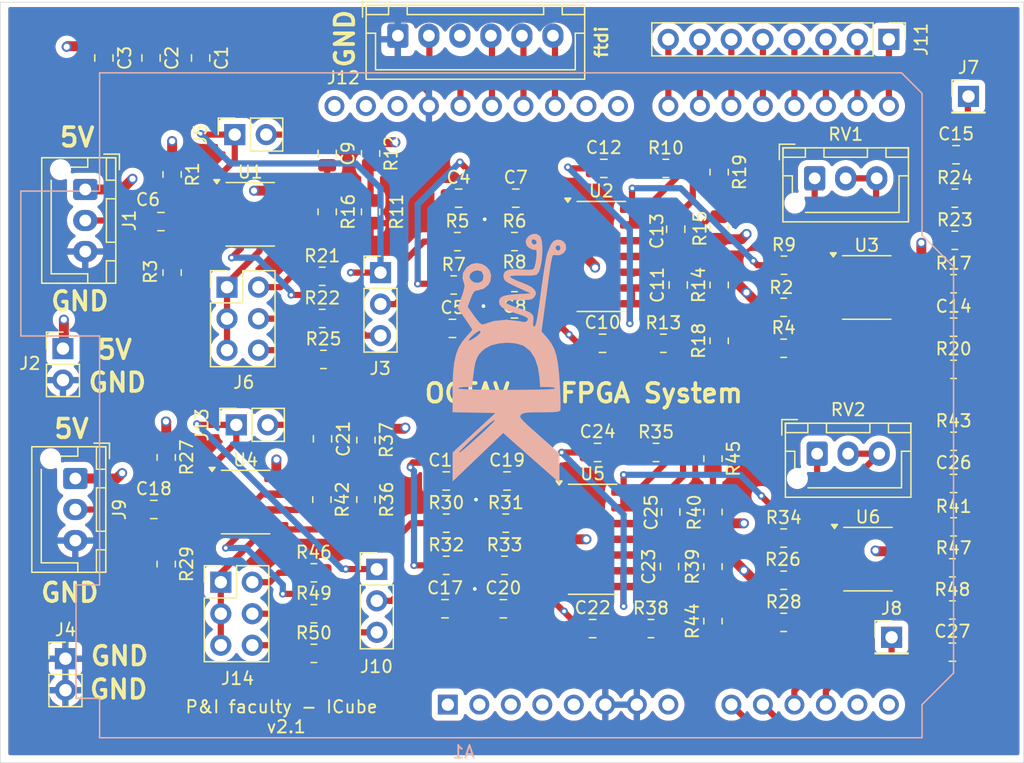
<source format=kicad_pcb>
(kicad_pcb (version 20241229) (generator "pcbnew") (generator_version "9.0")
  (layers (0 "F.Cu" signal) (4 "In1.Cu" signal) (6 "In2.Cu" signal) (2 "B.Cu" signal) (13 "F.Paste" user) (15 "B.Paste" user) (5 "F.SilkS" user "F.Silkscreen") (7 "B.SilkS" user "B.Silkscreen") (1 "F.Mask" user) (3 "B.Mask" user) (25 "Edge.Cuts" user))
  (net 0 "")
  (net 3 "Net-(A1-D5)")
  (net 4 "Net-(A1-D7)")
  (net 5 "GND")
  (net 6 "/VacdcCh1")
  (net 8 "Net-(A1-D4)")
  (net 10 "/VdcCh2")
  (net 11 "Net-(A1-D13)")
  (net 13 "/VacdcCh2")
  (net 16 "Net-(A1-D10)")
  (net 19 "Net-(A1-D2)")
  (net 20 "Net-(A1-D3)")
  (net 21 "Net-(A1-D0{slash}RX)")
  (net 22 "/VdcCh1")
  (net 23 "Net-(A1-D12)")
  (net 24 "+5V")
  (net 28 "Net-(A1-D1{slash}TX)")
  (net 29 "Net-(A1-D6)")
  (net 30 "Net-(A1-D11)")
  (net 31 "Net-(U2A--)")
  (net 32 "Net-(C4-Pad1)")
  (net 33 "Net-(C5-Pad1)")
  (net 34 "/V2")
  (net 35 "Net-(J1-Pin_2)")
  (net 36 "Net-(U1A-+)")
  (net 37 "Net-(U2A-+)")
  (net 38 "Net-(U2B-+)")
  (net 39 "Net-(C9-Pad2)")
  (net 40 "Net-(J5-Pin_2)")
  (net 41 "Net-(C10-Pad2)")
  (net 42 "Net-(U2C-+)")
  (net 43 "Net-(U2C--)")
  (net 44 "Net-(C12-Pad2)")
  (net 45 "Net-(U2D-+)")
  (net 46 "Net-(U5A--)")
  (net 47 "Net-(C16-Pad1)")
  (net 48 "Net-(C17-Pad1)")
  (net 49 "/VB")
  (net 50 "Net-(U4A-+)")
  (net 51 "Net-(J9-Pin_2)")
  (net 52 "Net-(U5A-+)")
  (net 53 "Net-(U5B-+)")
  (net 54 "Net-(J13-Pin_2)")
  (net 55 "Net-(C21-Pad2)")
  (net 56 "Net-(C22-Pad2)")
  (net 57 "Net-(U5C-+)")
  (net 58 "Net-(U5C--)")
  (net 59 "Net-(C24-Pad2)")
  (net 60 "Net-(U5D-+)")
  (net 61 "Net-(J3-Pin_2)")
  (net 62 "/VD1")
  (net 63 "/V1")
  (net 64 "Net-(J6-Pin_4)")
  (net 65 "Net-(J6-Pin_1)")
  (net 66 "Net-(J6-Pin_6)")
  (net 67 "Net-(J6-Pin_5)")
  (net 68 "Net-(J10-Pin_2)")
  (net 69 "/VA")
  (net 70 "/VD2")
  (net 72 "Net-(J14-Pin_5)")
  (net 73 "Net-(J14-Pin_6)")
  (net 74 "Net-(J14-Pin_1)")
  (net 75 "Net-(J14-Pin_4)")
  (net 76 "Net-(U3-+)")
  (net 77 "/V3")
  (net 78 "Net-(U3--)")
  (net 79 "Net-(U1B-+)")
  (net 80 "/V4")
  (net 81 "Net-(U6-+)")
  (net 82 "Net-(U6--)")
  (net 83 "/VC")
  (net 84 "Net-(U4B-+)")
  (net 85 "/VD")
  (footprint "Capacitor_SMD:C_0805_2012Metric" (layer "F.Cu") (at 155.2 104 -90)
    (property "Reference" "C25")
    (property "Value" "1nF")
  )
  (footprint "Capacitor_SMD:C_0805_2012Metric" (layer "F.Cu") (at 177.9 115.3)
    (property "Reference" "C27")
    (property "Value" "470pF")
  )
  (footprint "Capacitor_SMD:C_0805_2012Metric" (layer "F.Cu") (at 178 89.1)
    (property "Reference" "C14")
    (property "Value" "100nF")
  )
  (footprint "Resistor_SMD:R_0805_2012Metric" (layer "F.Cu") (at 115 76.7875 -90)
    (property "Reference" "R1")
    (property "Value" "100k")
  )
  (footprint "Capacitor_SMD:C_0805_2012Metric" (layer "F.Cu") (at 142.6 89.1)
    (property "Reference" "C8")
    (property "Value" "180pF")
  )
  (footprint "Resistor_SMD:R_0805_2012Metric" (layer "F.Cu") (at 127.1 85)
    (property "Reference" "R21")
    (property "Value" "10k")
  )
  (footprint "Connector_JST:JST_XH_B3B-XH-AM_1x03_P2.50mm_Vertical" (layer "F.Cu") (at 108 78 -90)
    (property "Reference" "J1")
    (property "Value" "Conn_01x03_Socket" (hide yes))
  )
  (footprint "Resistor_SMD:R_0805_2012Metric" (layer "F.Cu") (at 153.6 113.4)
    (property "Reference" "R38")
    (property "Value" "5.6k")
  )
  (footprint "Resistor_SMD:R_0805_2012Metric" (layer "F.Cu") (at 114.525 108.2 -90)
    (property "Reference" "R29")
    (property "Value" "100k")
  )
  (footprint "Resistor_SMD:R_0805_2012Metric" (layer "F.Cu") (at 141.8 108.3)
    (property "Reference" "R33")
    (property "Value" "15k")
  )
  (footprint "Capacitor_SMD:C_0805_2012Metric" (layer "F.Cu") (at 148.9 113.4)
    (property "Reference" "C22")
    (property "Value" "1.5nF")
  )
  (footprint "Resistor_SMD:R_0805_2012Metric" (layer "F.Cu") (at 159.1 85.7 90)
    (property "Reference" "R14")
    (property "Value" "82k")
  )
  (footprint "Resistor_SMD:R_0805_2012Metric" (layer "F.Cu") (at 158.6 99.7 -90)
    (property "Reference" "R45")
    (property "Value" "33k")
  )
  (footprint "Resistor_SMD:R_0805_2012Metric" (layer "F.Cu") (at 178.1 78.7)
    (property "Reference" "R24")
    (property "Value" "100k")
  )
  (footprint "Resistor_SMD:R_0805_2012Metric" (layer "F.Cu") (at 158.6 108.4 90)
    (property "Reference" "R39")
    (property "Value" "82k")
  )
  (footprint "Connector_PinHeader_2.54mm:PinHeader_1x08_P2.54mm_Vertical" (layer "F.Cu") (at 172.78 65.9 -90)
    (property "Reference" "J11")
    (property "Value" "Conn_01x08_Socket" (hide yes))
  )
  (footprint "Capacitor_SMD:C_0805_2012Metric" (layer "F.Cu") (at 149.8 76.3)
    (property "Reference" "C12")
    (property "Value" "1nF")
  )
  (footprint "Resistor_SMD:R_0805_2012Metric" (layer "F.Cu") (at 177.9 108.5)
    (property "Reference" "R47")
    (property "Value" "10k")
  )
  (footprint "Resistor_SMD:R_0805_2012Metric" (layer "F.Cu") (at 158.6 112.8 90)
    (property "Reference" "R44")
    (property "Value" "82k")
  )
  (footprint "Resistor_SMD:R_0805_2012Metric" (layer "F.Cu") (at 127.075 103 -90)
    (property "Reference" "R42")
    (property "Value" "100")
  )
  (footprint "Resistor_SMD:R_0805_2012Metric" (layer "F.Cu") (at 159.1 81.1 -90)
    (property "Reference" "R15")
    (property "Value" "33k")
  )
  (footprint "Resistor_SMD:R_0805_2012Metric" (layer "F.Cu") (at 127.1 88.4)
    (property "Reference" "R22")
    (property "Value" "1k")
  )
  (footprint "Capacitor_SMD:C_0805_2012Metric" (layer "F.Cu") (at 113.3 67.4 -90)
    (property "Reference" "C2")
    (property "Value" "1µF")
  )
  (footprint "Package_SO:SOIC-8_3.9x4.9mm_P1.27mm" (layer "F.Cu") (at 171 85.9)
    (property "Reference" "U3")
    (property "Value" "MCP6L91RT-ESN" (hide yes))
  )
  (footprint "Connector_PinHeader_2.54mm:PinHeader_1x01_P2.54mm_Vertical" (layer "F.Cu") (at 173 114.1)
    (property "Reference" "J8")
    (property "Value" "Conn_01x01_Pin" (hide yes))
  )
  (footprint "Resistor_SMD:R_0805_2012Metric" (layer "F.Cu") (at 141.9 104.9)
    (property "Reference" "R31")
    (property "Value" "3.9k")
  )
  (footprint "Connector_PinSocket_2.54mm:PinSocket_1x02_P2.54mm_Vertical" (layer "F.Cu") (at 120.175 96.975 90)
    (property "Reference" "J13")
    (property "Value" "Conn_01x02_Pin" (hide yes))
  )
  (footprint "Capacitor_SMD:C_0805_2012Metric" (layer "F.Cu") (at 137 111.8)
    (property "Reference" "C17")
    (property "Value" "1.5nF")
  )
  (footprint "Capacitor_SMD:C_0805_2012Metric" (layer "F.Cu") (at 178.2 75.2)
    (property "Reference" "C15")
    (property "Value" "470pF")
  )
  (footprint "Resistor_SMD:R_0805_2012Metric" (layer "F.Cu") (at 154.8 76.3)
    (property "Reference" "R10")
    (property "Value" "15k")
  )
  (footprint "Resistor_SMD:R_0805_2012Metric" (layer "F.Cu") (at 164.3 90.8)
    (property "Reference" "R4")
    (property "Value" "100k")
  )
  (footprint "Capacitor_SMD:C_0805_2012Metric" (layer "F.Cu") (at 142 101.5)
    (property "Reference" "C19")
    (property "Value" "100pF")
  )
  (footprint "Resistor_SMD:R_0805_2012Metric" (layer "F.Cu") (at 131 75.1 -90)
    (property "Reference" "R12")
    (property "Value" "100k")
  )
  (footprint "Package_SO:SOIC-14_3.9x8.7mm_P1.27mm" (layer "F.Cu") (at 148.9 106.2)
    (property "Reference" "U5")
    (property "Value" "MCP6L04x-xSL" (hide yes))
  )
  (footprint "Resistor_SMD:R_0805_2012Metric" (layer "F.Cu") (at 178 98.3)
    (property "Reference" "R43")
    (property "Value" "100k")
  )
  (footprint "Capacitor_SMD:C_0805_2012Metric" (layer "F.Cu") (at 114.1 80.5875)
    (property "Reference" "C6")
    (property "Value" "1µF")
  )
  (footprint "Resistor_SMD:R_0805_2012Metric" (layer "F.Cu") (at 178.1 82.1)
    (property "Reference" "R23")
    (property "Value" "10k")
  )
  (footprint "Resistor_SMD:R_0805_2012Metric" (layer "F.Cu") (at 154.6 90.4)
    (property "Reference" "R13")
    (property "Value" "5.6k")
  )
  (footprint "Resistor_SMD:R_0805_2012Metric" (layer "F.Cu") (at 159.1 76.6 -90)
    (property "Reference" "R19")
    (property "Value" "33k")
  )
  (footprint "Connector_PinHeader_2.54mm:PinHeader_2x03_P2.54mm_Vertical" (layer "F.Cu") (at 118.925 109.66)
    (property "Reference" "J14")
    (property "Value" "Conn_02x03_Top_Bottom" (hide yes))
  )
  (footprint "Capacitor_SMD:C_0805_2012Metric" (layer "F.Cu") (at 149.3 99.2)
    (property "Reference" "C24")
    (property "Value" "1nF")
  )
  (footprint "Resistor_SMD:R_0805_2012Metric" (layer "F.Cu") (at 164.3 87.5 180)
    (property "Reference" "R2")
    (property "Value" "100k")
  )
  (footprint "Resistor_SMD:R_0805_2012Metric" (layer "F.Cu") (at 142.6 85.5)
    (property "Reference" "R8")
    (property "Value" "15k")
  )
  (footprint "Resistor_SMD:R_0805_2012Metric" (layer "F.Cu") (at 115 84.7 -90)
    (property "Reference" "R3")
    (property "Value" "100k")
  )
  (footprint "Capacitor_SMD:C_0805_2012Metric" (layer "F.Cu") (at 141.7 111.8)
    (property "Reference" "C20")
    (property "Value" "180pF")
  )
  (footprint "Resistor_SMD:R_0805_2012Metric" (layer "F.Cu") (at 137.1 108.3)
    (property "Reference" "R32")
    (property "Value" "560")
  )
  (footprint "Connector_PinHeader_2.54mm:PinHeader_1x03_P2.54mm_Vertical" (layer "F.Cu") (at 131.5 108.62)
    (property "Reference" "J10")
    (property "Value" "Conn_01x03_Socket" (hide yes))
  )
  (footprint "Connector_JST:JST_XH_B3B-XH-AM_1x03_P2.50mm_Vertical" (layer "F.Cu") (at 166.8 77.1)
    (property "Reference" "RV1")
    (property "Value" "100k")
  )
  (footprint "Resistor_SMD:R_0805_2012Metric" (layer "F.Cu") (at 130.625 98.2 -90)
    (property "Reference" "R37")
    (property "Value" "100k")
  )
  (footprint "Capacitor_SMD:C_0805_2012Metric" (layer "F.Cu") (at 127.5 75.1 -90)
    (property "Reference" "C9")
    (property "Value" "15nF")
  )
  (footprint "Resistor_SMD:R_0805_2012Metric" (layer "F.Cu") (at 138 82.2)
    (property "Reference" "R5")
    (property "Value" "3.9k")
  )
  (footprint "Connector_PinSocket_2.54mm:PinSocket_1x02_P2.54mm_Vertical" (layer "F.Cu") (at 120.05 73.575 90)
    (property "Reference" "J5")
    (property "Value" "Conn_01x02_Pin" (hide yes))
  )
  (footprint "Resistor_SMD:R_0805_2012Metric" (layer "F.Cu") (at 164.3 106.1)
    (property "Reference" "R34")
    (property "Value" "1.2k")
  )
  (footprint "Capacitor_SMD:C_0805_2012Metric" (layer "F.Cu") (at 155.8 85.7 90)
    (property "Reference" "C11")
    (property "Value" "1nF")
  )
  (footprint "Connector_PinHeader_2.54mm:PinHeader_2x03_P2.54mm_Vertical" (layer "F.Cu") (at 119.425 85.875)
    (property "Reference" "J6")
    (property "Value" "Conn_02x03_Top_Bottom" (hide yes))
  )
  (footprint "Connector_PinHeader_2.54mm:PinHeader_1x03_P2.54mm_Vertical" (layer "F.Cu") (at 131.8 84.7)
    (property "Reference" "J3")
    (property "Value" "Conn_01x03_Socket" (hide yes))
  )
  (footprint "Capacitor_SMD:C_0805_2012Metric" (layer "F.Cu") (at 113.525 103.8)
    (property "Reference" "C18")
    (property "Value" "1µF")
  )
  (footprint "Connector_PinHeader_2.54mm:PinHeader_1x02_P2.54mm_Vertical" (layer "F.Cu") (at 106.2 90.825)
    (property "Reference" "J2")
    (property "Value" "Conn_01x02_Socket" (hide yes))
  )
  (footprint "Resistor_SMD:R_0805_2012Metric" (layer "F.Cu") (at 178 92.5)
    (property "Reference" "R20")
    (property "Value" "100k")
  )
  (footprint "Connector_PinHeader_2.54mm:PinHeader_1x01_P2.54mm_Vertical" (layer "F.Cu") (at 179.2 70.5)
    (property "Reference" "J7")
    (property "Value" "Conn_01x01_Pin" (hide yes))
  )
  (footprint "Resistor_SMD:R_0805_2012Metric" (layer "F.Cu") (at 159.1 90.2 90)
    (property "Reference" "R18")
    (property "Value" "82k")
  )
  (footprint "Capacitor_SMD:C_0805_2012Metric" (layer "F.Cu") (at 109.5 67.4 -90)
    (property "Reference" "C3")
    (property "Value" "100nF")
  )
  (footprint "Capacitor_SMD:C_0805_2012Metric" (layer "F.Cu") (at 137.6 89.2)
    (property "Reference" "C5")
    (property "Value" "1.5nF")
  )
  (footprint "Resistor_SMD:R_0805_2012Metric" (layer "F.Cu") (at 126.425 108.9)
    (property "Reference" "R46")
    (property "Value" "10k")
  )
  (footprint "Connector_JST:JST_XH_B6B-XH-A_1x06_P2.50mm_Vertical" (layer "F.Cu") (at 133.2 65.6)
    (property "Reference" "J12")
    (property "Value" "Conn_01x06_Socket" (hide yes))
  )
  (footprint "Capacitor_SMD:C_0805_2012Metric" (layer "F.Cu") (at 117.3 67.4 -90)
    (property "Reference" "C1")
    (property "Value" "10µF")
  )
  (footprint "Resistor_SMD:R_0805_2012Metric" (layer "F.Cu") (at 127.5 79.8 -90)
    (property "Reference" "R16")
    (property "Value" "100")
  )
  (footprint "Capacitor_SMD:C_0805_2012Metric" (layer "F.Cu") (at 127.125 98.1 -90)
    (property "Reference" "C21")
    (property "Value" "15nF")
  )
  (footprint "Resistor_SMD:R_0805_2012Metric" (layer "F.Cu") (at 142.6 82.2)
    (property "Reference" "R6")
    (property "Value" "3.9k")
  )
  (footprint "Capacitor_SMD:C_0805_2012Metric" (layer "F.Cu") (at 137.1 101.5)
    (property "Reference" "C16")
    (property "Value" "1nF")
  )
  (footprint "Resistor_SMD:R_0805_2012Metric" (layer "F.Cu") (at 164.3 112.9)
    (property "Reference" "R28")
    (property "Value" "100k")
  )
  (footprint "Resistor_SMD:R_0805_2012Metric" (layer "F.Cu") (at 158.6 104 -90)
    (property "Reference" "R40")
    (property "Value" "33k")
  )
  (footprint "Capacitor_SMD:C_0805_2012Metric" (layer "F.Cu") (at 155.6 81.2 -90)
    (property "Reference" "C13")
    (property "Value" "1nF")
  )
  (footprint "Resistor_SMD:R_0805_2012Metric" (layer "F.Cu") (at 178 85.6)
    (property "Reference" "R17")
    (property "Value" "10k")
  )
  (footprint "Connector_JST:JST_XH_B3B-XH-AM_1x03_P2.50mm_Vertical" (layer "F.Cu") (at 167 99.3)
    (property "Reference" "RV2")
    (property "Value" "100k")
  )
  (footprint "Resistor_SMD:R_0805_2012Metric" (layer "F.Cu") (at 137.1 104.9)
    (property "Reference" "R30")
    (property "Value" "3.9k")
  )
  (footprint "Resistor_SMD:R_0805_2012Metric" (layer "F.Cu") (at 178 105.2)
    (property "Reference" "R41")
    (property "Value" "10k")
  )
  (footprint "Package_SO:SOIC-8_3.9x4.9mm_P1.27mm" (layer "F.Cu") (at 171.1 107.8)
    (property "Reference" "U6")
    (property "Value" "MCP6L91RT-ESN" (hide yes))
  )
  (footprint "Connector_PinHeader_2.54mm:PinHeader_1x02_P2.54mm_Vertical" (layer "F.Cu") (at 106.4 115.825)
    (property "Reference" "J4")
    (property "Value" "Conn_01x02_Pin" (hide yes))
  )
  (footprint "Resistor_SMD:R_0805_2012Metric" (layer "F.Cu") (at 127.2 91.7)
    (property "Reference" "R25")
    (property "Value" "100")
  )
  (footprint "Resistor_SMD:R_0805_2012Metric" (layer "F.Cu") (at 114.525 99.6 -90)
    (property "Reference" "R27")
    (property "Value" "100k")
  )
  (footprint "Capacitor_SMD:C_0805_2012Metric" (layer "F.Cu") (at 149.7 90.4)
    (property "Reference" "C10")
    (property "Value" "1.5nF")
  )
  (footprint "Resistor_SMD:R_0805_2012Metric" (layer "F.Cu") (at 154.0125 99.2)
    (property "Reference" "R35")
    (property "Value" "15k")
  )
  (footprint "Resistor_SMD:R_0805_2012Metric" (layer "F.Cu") (at 131 79.8 90)
    (property "Reference" "R11")
    (property "Value" "100k")
  )
  (footprint "Capacitor_SMD:C_0805_2012Metric" (layer "F.Cu") (at 178 101.7)
    (property "Reference" "C26")
    (property "Value" "100nF")
  )
  (footprint "Capacitor_SMD:C_0805_2012Metric" (layer "F.Cu") (at 155.1 108.4 90)
    (property "Reference" "C23")
    (property "Value" "1nF")
  )
  (footprint "Package_SO:SOIC-14_3.9x8.7mm_P1.27mm" (layer "F.Cu") (at 149.6 83.4)
    (property "Reference" "U2")
    (property "Value" "MCP6L04x-xSL" (hide yes))
  )
  (footprint "Resistor_SMD:R_0805_2012Metric" (layer "F.Cu") (at 177.9 111.9)
    (property "Reference" "R48")
    (property "Value" "100k")
  )
  (footprint "Package_SO:SOIC-8_3.9x4.9mm_P1.27mm" (layer "F.Cu") (at 120.925 103.2)
    (property "Reference" "U4")
    (property "Value" "MCP6L02x-xMS" (hide yes))
  )
  (footprint "Capacitor_SMD:C_0805_2012Metric" (layer "F.Cu") (at 138.1 78.7)
    (property "Reference" "C4")
    (property "Value" "1nF")
  )
  (footprint "Resistor_SMD:R_0805_2012Metric" (layer "F.Cu") (at 137.7 85.7)
    (property "Reference" "R7")
    (property "Value" "560")
  )
  (footprint "Connector_JST:JST_XH_B3B-XH-AM_1x03_P2.50mm_Vertical" (layer "F.Cu") (at 107.2 101.3 -90)
    (property "Reference" "J9")
    (property "Value" "Conn_01x03_Socket" (hide yes))
  )
  (footprint "Resistor_SMD:R_0805_2012Metric" (layer "F.Cu") (at 130.625 103 90)
    (property "Reference" "R36")
    (property "Value" "100k")
  )
  (footprint "Resistor_SMD:R_0805_2012Metric" (layer "F.Cu") (at 164.325 84.105)
    (property "Reference" "R9")
    (property "Value" "1.2k")
  )
  (footprint "Package_SO:SOIC-8_3.9x4.9mm_P1.27mm" (layer "F.Cu") (at 121.3 80)
    (property "Reference" "U1")
    (property "Value" "MCP6L02x-xMS" (hide yes))
  )
  (footprint "Resistor_SMD:R_0805_2012Metric" (layer "F.Cu") (at 164.3 109.5 180)
    (property "Reference" "R26")
    (property "Value" "100k")
  )
  (footprint "Resistor_SMD:R_0805_2012Metric" (layer "F.Cu") (at 126.425 112.2)
    (property "Reference" "R49")
    (property "Value" "1k")
  )
  (footprint "Resistor_SMD:R_0805_2012Metric" (layer "F.Cu") (at 126.425 115.4)
    (property "Reference" "R50")
    (property "Value" "100")
  )
  (footprint "Capacitor_SMD:C_0805_2012Metric" (layer "F.Cu") (at 142.7 78.7)
    (property "Reference" "C7")
    (property "Value" "100pF")
  )
  (footprint "_Logos:LogoKD_20mm_V2" (layer "B.Cu") (at 142.2 91.6 180)
    (property "Reference" "G***" (hide yes))
    (property "Value" "LOGO" (hide yes))
  )
  (footprint "Module:Arduino_UNO_R3" (layer "B.Cu") (at 137.225 119.53)
    (property "Reference" "A1")
    (property "Value" "Arduino_UNO_R3")
  )
  (gr_rect (start 101.15 62.9) (end 183.65 124.2) (stroke (width 0.05)) (fill no) (layer "Edge.Cuts"))
  (gr_text "GND" (at 104.267 111.379 0) (layer "F.SilkS") (effects (font (size 1.5 1.5) (thickness 0.3) (bold yes)) (justify left bottom)))
  (gr_text "GND" (at 129.8 68.326 90) (layer "F.SilkS") (effects (font (size 1.5 1.5) (thickness 0.3) (bold yes)) (justify left bottom)))
  (gr_text "GND" (at 108.1024 94.4372 0) (layer "F.SilkS") (effects (font (size 1.5 1.5) (thickness 0.3) (bold yes)) (justify left bottom)))
  (gr_text "5V" (at 105.791 74.676 0) (layer "F.SilkS") (effects (font (size 1.5 1.5) (thickness 0.3) (bold yes)) (justify left bottom)))
  (gr_text "OCTAV - FPGA System" (at 135.2 95.3 0) (layer "F.SilkS") (effects (font (size 1.5 1.5) (thickness 0.3) (bold yes)) (justify left bottom)))
  (gr_text "ftdi" (at 150.2 67.5 90) (layer "F.SilkS") (effects (font (size 1 1) (thickness 0.2) (bold yes)) (justify left bottom)))
  (gr_text "GND" (at 108.204 119.1768 0) (layer "F.SilkS") (effects (font (size 1.5 1.5) (thickness 0.3) (bold yes)) (justify left bottom)))
  (gr_text "5V" (at 105.3338 98.171 0) (layer "F.SilkS") (effects (font (size 1.5 1.5) (thickness 0.3) (bold yes)) (justify left bottom)))
  (gr_text "GND" (at 105.0798 87.884 0) (layer "F.SilkS") (effects (font (size 1.5 1.5) (thickness 0.3) (bold yes)) (justify left bottom)))
  (gr_text "P&I faculty - ICube \nv2.1" (at 124.2 121.9 0) (layer "F.SilkS") (effects (font (size 1 1)) (justify bottom)))
  (gr_text "GND" (at 108.2802 116.4844 0) (layer "F.SilkS") (effects (font (size 1.5 1.5) (thickness 0.3) (bold yes)) (justify left bottom)))
  (gr_text "5V" (at 108.8136 91.7956 0) (layer "F.SilkS") (effects (font (size 1.5 1.5) (thickness 0.3) (bold yes)) (justify left bottom)))
  (segment (start 160.085 65.905) (end 160.08 65.9) (width 0.5) (layer "F.Cu") (net 3))
  (segment (start 160.085 71.27) (end 160.085 65.905) (width 0.5) (layer "F.Cu") (net 3))
  (segment (start 155.005 71.27) (end 155.005 65.905) (width 0.5) (layer "F.Cu") (net 4))
  (segment (start 155.005 65.905) (end 155 65.9) (width 0.5) (layer "F.Cu") (net 4))
  (segment (start 135.705 70.205) (end 133.2 67.7) (width 0.5) (layer "F.Cu") (net 5))
  (segment (start 141.6875 78.8375) (end 141.65 78.8) (width 0.5) (layer "F.Cu") (net 5))
  (segment (start 135.705 71.27) (end 135.705 70.205) (width 0.5) (layer "F.Cu") (net 5))
  (segment (start 133.2 67.7) (end 133.2 65.9) (width 0.5) (layer "F.Cu") (net 5))
  (via (at 140.2 80.4) (size 0.6) (drill 0.3) (layers "F.Cu" "B.Cu") (net 5))
  (via (at 139.5 103) (size 0.6) (drill 0.3) (layers "F.Cu" "B.Cu") (net 5))
  (via (at 139.4 110.2) (size 0.6) (drill 0.3) (layers "F.Cu" "B.Cu") (net 5))
  (via (at 140.1 87.4) (size 0.6) (drill 0.3) (layers "F.Cu" "B.Cu") (net 5))
  (segment (start 177.4 122.1) (end 162.655 122.1) (width 0.5) (layer "F.Cu") (net 6))
  (segment (start 179.15 70.55) (end 179.2 70.5) (width 0.5) (layer "F.Cu") (net 6))
  (segment (start 179.15 75.2) (end 179.15 70.55) (width 0.5) (layer "F.Cu") (net 6))
  (segment (start 162.655 122.1) (end 160.085 119.53) (width 0.5) (layer "F.Cu") (net 6))
  (segment (start 179.0125 82.1) (end 182.100001 85.187501) (width 0.5) (layer "F.Cu") (net 6))
  (segment (start 182.100001 117.399999) (end 177.4 122.1) (width 0.5) (layer "F.Cu") (net 6))
  (segment (start 179.0125 82.1) (end 179.0125 75.3375) (width 0.5) (layer "F.Cu") (net 6))
  (segment (start 182.100001 85.187501) (end 182.100001 117.399999) (width 0.5) (layer "F.Cu") (net 6))
  (segment (start 179.0125 75.3375) (end 179.15 75.2) (width 0.5) (layer "F.Cu") (net 6))
  (segment (start 162.625 71.27) (end 162.625 65.905) (width 0.5) (layer "F.Cu") (net 8))
  (segment (start 162.625 65.905) (end 162.62 65.9) (width 0.5) (layer "F.Cu") (net 8))
  (segment (start 178.9125 98.3) (end 178.9125 105.2) (width 0.5) (layer "F.Cu") (net 10))
  (segment (start 178.496142 117.8) (end 168.3 117.8) (width 0.5) (layer "F.Cu") (net 10))
  (segment (start 168.3 117.8) (end 167.705 118.395) (width 0.5) (layer "F.Cu") (net 10))
  (segment (start 167.705 118.395) (end 167.705 119.53) (width 0.5) (layer "F.Cu") (net 10))
  (segment (start 180.1 116.196142) (end 178.496142 117.8) (width 0.5) (layer "F.Cu") (net 10))
  (segment (start 178.9125 105.2) (end 180.1 106.3875) (width 0.5) (layer "F.Cu") (net 10))
  (segment (start 180.1 106.3875) (end 180.1 116.196142) (width 0.5) (layer "F.Cu") (net 10))
  (segment (start 138.245 69.845) (end 135.74 67.34) (width 0.5) (layer "F.Cu") (net 11))
  (segment (start 135.74 67.34) (end 135.74 65.9) (width 0.5) (layer "F.Cu") (net 11))
  (segment (start 138.245 71.27) (end 138.245 69.845) (width 0.5) (layer "F.Cu") (net 11))
  (segment (start 178.85 115.3) (end 178.85 116.025) (width 0.5) (layer "F.Cu") (net 13))
  (segment (start 178.8125 108.5) (end 178.8125 115.2625) (width 0.5) (layer "F.Cu") (net 13))
  (segment (start 178.85 116.025) (end 178.075 116.8) (width 0.5) (layer "F.Cu") (net 13))
  (segment (start 166.76363 116.8) (end 165.165 118.39863) (width 0.5) (layer "F.Cu") (net 13))
  (segment (start 173 116.8) (end 166.76363 116.8) (width 0.5) (layer "F.Cu") (net 13))
  (segment (start 165.165 118.39863) (end 165.165 119.53) (width 0.5) (layer "F.Cu") (net 13))
  (segment (start 178.075 116.8) (end 173 116.8) (width 0.5) (layer "F.Cu") (net 13))
  (segment (start 178.8125 115.2625) (end 178.85 115.3) (width 0.5) (layer "F.Cu") (net 13))
  (segment (start 173 114.1) (end 173 116.8) (width 0.5) (layer "F.Cu") (net 13))
  (segment (start 145.865 65.935) (end 145.9 65.9) (width 0.5) (layer "F.Cu") (net 16))
  (segment (start 145.865 71.27) (end 145.865 65.935) (width 0.5) (layer "F.Cu") (net 16))
  (segment (start 167.705 65.905) (end 167.7 65.9) (width 0.5) (layer "F.Cu") (net 19))
  (segment (start 167.705 71.27) (end 167.705 65.905) (width 0.5) (layer "F.Cu") (net 19))
  (segment (start 165.165 65.905) (end 165.16 65.9) (width 0.5) (layer "F.Cu") (net 20))
  (segment (start 165.165 71.27) (end 165.165 65.905) (width 0.5) (layer "F.Cu") (net 20))
  (segment (start 172.785 71.27) (end 172.785 65.905) (width 0.5) (layer "F.Cu") (net 21))
  (segment (start 172.785 65.905) (end 172.78 65.9) (width 0.5) (layer "F.Cu") (net 21))
  (segment (start 178.9125 94.341358) (end 181.100001 96.528859) (width 0.5) (layer "F.Cu") (net 22))
  (segment (start 181.100001 116.610355) (end 176.610356 121.1) (width 0.5) (layer "F.Cu") (net 22))
  (segment (start 181.100001 96.528859) (end 181.100001 116.610355) (width 0.5) (layer "F.Cu") (net 22))
  (segment (start 178.9125 92.5) (end 178.9125 85.6) (width 0.5) (layer "F.Cu") (net 22))
  (segment (start 176.610356 121.1) (end 164.195 121.1) (width 0.5) (layer "F.Cu") (net 22))
  (segment (start 178.9125 92.5) (end 178.9125 94.341358) (width 0.5) (layer "F.Cu") (net 22))
  (segment (start 164.195 121.1) (end 162.625 119.53) (width 0.5) (layer "F.Cu") (net 22))
  (segment (start 140.785 71.27) (end 140.785 65.935) (width 0.5) (layer "F.Cu") (net 23))
  (segment (start 140.785 65.935) (end 140.82 65.9) (width 0.5) (layer "F.Cu") (net 23))
  (segment (start 161.1 108.7) (end 162 109.6) (width 0.8) (layer "F.Cu") (net 24))
  (segment (start 123.4 101.295) (end 123.4 99.7898) (width 0.8) (layer "F.Cu") (net 24))
  (segment (start 149.1 84.18092) (end 149.1 84.3) (width 0.8) (layer "F.Cu") (net 24))
  (segment (start 132.9875 74.1875) (end 133 74.2) (width 0.8) (layer "F.Cu") (net 24))
  (segment (start 115 75.875) (end 115 74.1) (width 0.8) (layer "F.Cu") (net 24))
  (segment (start 162 109.6) (end 163.2875 109.6) (width 0.8) (layer "F.Cu") (net 24))
  (segment (start 162.5 87.5) (end 161.299996 86.299996) (width 0.8) (layer "F.Cu") (net 24))
  (segment (start 147.125 83.4) (end 148.31908 83.4) (width 0.8) (layer "F.Cu") (net 24))
  (segment (start 123.4 99.7898) (end 123.4186 99.7712) (width 0.8) (layer "F.Cu") (net 24))
  (segment (start 121.605 78.095) (end 121.6 78.1) (width 0.8) (layer "F.Cu") (net 24))
  (segment (start 159.7875 84.7875) (end 161.299996 86.299996) (width 0.8) (layer "F.Cu") (net 24))
  (segment (start 163.3875 87.5) (end 162.5 87.5) (width 0.8) (layer "F.Cu") (net 24))
  (segment (start 131 74.1875) (end 132.9875 74.1875) (width 0.8) (layer "F.Cu") (net 24))
  (segment (start 159.1 82.0125) (end 160.8875 82.0125) (width 0.8) (layer "F.Cu") (net 24))
  (segment (start 110.9506 78) (end 111.8108 77.1398) (width 0.8) (layer "F.Cu") (net 24))
  (segment (start 159.1 84.7875) (end 159.7875 84.7875) (width 0.8) (layer "F.Cu") (net 24))
  (segment (start 173.575 107.165) (end 171.765 107.165) (width 0.8) (layer "F.Cu") (net 24))
  (segment (start 160.8875 82.0125) (end 161.313173 81.586827) (width 0.8) (layer "F.Cu") (net 24))
  (segment (start 175.4 84.53408) (end 175.4 82.3) (width 0.8) (layer "F.Cu") (net 24))
  (segment (start 173.475 85.265) (end 174.66908 85.265) (width 0.8) (layer "F.Cu") (net 24))
  (segment (start 108 78) (end 110.9506 78) (width 0.8) (layer "F.Cu") (net 24))
  (segment (start 146.425 106.2) (end 148.4 106.2) (width 0.8) (layer "F.Cu") (net 24))
  (segment (start 158.6 104.9125) (end 161.099974 104.9125) (width 0.8) (layer "F.Cu") (net 24))
  (segment (start 114.525 98.6875) (end 114.525 96.725) (width 0.8) (layer "F.Cu") (net 24))
  (segment (start 148.31908 83.4) (end 149.1 84.18092) (width 0.8) (layer "F.Cu") (net 24))
  (segment (start 130.625 97.2875) (end 133.7125 97.2875) (width 0.8) (layer "F.Cu") (net 24))
  (segment (start 133.7125 97.2875) (end 133.8 97.2) (width 0.8) (layer "F.Cu") (net 24))
  (segment (start 117.2 66.45) (end 106.55 66.45) (width 0.8) (layer "F.Cu") (net 24))
  (segment (start 158.6 107.4875) (end 159.8875 107.4875) (width 0.8) (layer "F.Cu") (net 24))
  (segment (start 107.2 101.3) (end 110.536 101.3) (width 0.8) (layer "F.Cu") (net 24))
  (segment (start 171.765 107.165) (end 171.7 107.1) (width 0.8) (layer "F.Cu") (net 24))
  (segment (start 159.8875 107.4875) (end 161.1 108.7) (width 0.8) (layer "F.Cu") (net 24))
  (segment (start 106.2736 90.7514) (end 106.2 90.825) (width 0.8) (layer "F.Cu") (net 24))
  (segment (start 106.55 66.45) (end 106.5 66.5) (width 0.8) (layer "F.Cu") (net 24))
  (segment (start 110.536 101.3) (end 110.9726 100.8634) (width 0.8) (layer "F.Cu") (net 24))
  (segment (start 123.775 78.095) (end 121.605 78.095) (width 0.8) (layer "F.Cu") (net 24))
  (segment (start 174.66908 85.265) (end 175.4 84.53408) (width 0.8) (layer "F.Cu") (net 24))
  (segment (start 114.525 96.725) (end 114.5 96.7) (width 0.8) (layer "F.Cu") (net 24))
  (segment (start 163.2875 109.6) (end 163.3875 109.5) (width 0.8) (layer "F.Cu") (net 24))
  (segment (start 106.2736 88.4936) (end 106.2736 90.7514) (width 0.8) (layer "F.Cu") (net 24))
  (via (at 133 74.2) (size 0.8) (drill 0.5) (layers "F.Cu" "B.Cu") (net 24))
  (via (at 114.5 96.7) (size 0.8) (drill 0.5) (layers "F.Cu" "B.Cu") (net 24))
  (via (at 148.4 106.2) (size 0.8) (drill 0.5) (layers "F.Cu" "B.Cu") (net 24))
  (via (at 161.1 108.7) (size 0.8) (drill 0.5) (layers "F.Cu" "B.Cu") (net 24))
  (via (at 133.8 97.2) (size 0.8) (drill 0.5) (layers "F.Cu" "B.Cu") (net 24))
  (via (at 161.299996 86.299996) (size 0.8) (drill 0.5) (layers "F.Cu" "B.Cu") (net 24))
  (via (at 175.4 82.3) (size 0.8) (drill 0.5) (layers "F.Cu" "B.Cu") (net 24))
  (via (at 110.9726 100.8634) (size 0.8) (drill 0.5) (layers "F.Cu" "B.Cu") (net 24))
  (via (at 161.313173 81.586827) (size 0.8) (drill 0.5) (layers "F.Cu" "B.Cu") (net 24))
  (via (at 115 74.1) (size 0.8) (drill 0.5) (layers "F.Cu" "B.Cu") (net 24))
  (via (at 106.2736 88.4936) (size 0.8) (drill 0.5) (layers "F.Cu" "B.Cu") (net 24))
  (via (at 161.099974 104.9125) (size 0.8) (drill 0.5) (layers "F.Cu" "B.Cu") (net 24))
  (via (at 111.8108 77.1398) (size 0.8) (drill 0.5) (layers "F.Cu" "B.Cu") (net 24))
  (via (at 149.1 84.3) (size 0.8) (drill 0.5) (layers "F.Cu" "B.Cu") (net 24))
  (via (at 121.6 78.1) (size 0.8) (drill 0.5) (layers "F.Cu" "B.Cu") (net 24))
  (via (at 106.5 66.5) (size 0.8) (drill 0.5) (layers "F.Cu" "B.Cu") (net 24))
  (via (at 123.4186 99.7712) (size 0.8) (drill 0.5) (layers "F.Cu" "B.Cu") (net 24))
  (via (at 171.7 107.1) (size 0.8) (drill 0.5) (layers "F.Cu" "B.Cu") (net 24))
  (segment (start 170.245 65.905) (end 170.24 65.9) (width 0.5) (layer "F.Cu") (net 28))
  (segment (start 170.245 71.27) (end 170.245 65.905) (width 0.5) (layer "F.Cu") (net 28))
  (segment (start 157.545 71.27) (end 157.545 65.905) (width 0.5) (layer "F.Cu") (net 29))
  (segment (start 157.545 65.905) (end 157.54 65.9) (width 0.5) (layer "F.Cu") (net 29))
  (segment (start 143.325 65.935) (end 143.36 65.9) (width 0.5) (layer "F.Cu") (net 30))
  (segment (start 143.325 71.27) (end 143.325 65.935) (width 0.5) (layer "F.Cu") (net 30))
  (segment (start 134.8 85.6) (end 136.6875 85.6) (width 0.5) (layer "F.Cu") (net 31))
  (segment (start 139.05 76.65) (end 138.2 75.8) (width 0.5) (layer "F.Cu") (net 31))
  (segment (start 147.125 80.86) (end 147.125 79.59) (width 0.5) (layer "F.Cu") (net 31))
  (segment (start 144.321142 77.225) (end 145.3 78.203858) (width 0.5) (layer "F.Cu") (net 31))
  (segment (start 136.6875 85.6) (end 136.7875 85.7) (width 0.5) (layer "F.Cu") (net 31))
  (segment (start 139.05 78.7) (end 140.525 77.225) (width 0.5) (layer "F.Cu") (net 31))
  (segment (start 139.05 78.7) (end 139.05 76.65) (width 0.5) (layer "F.Cu") (net 31))
  (segment (start 145.79 79.59) (end 147.125 79.59) (width 0.5) (layer "F.Cu") (net 31))
  (segment (start 145.3 78.203858) (end 145.3 79.1) (width 0.5) (layer "F.Cu") (net 31))
  (segment (start 140.525 77.225) (end 144.321142 77.225) (width 0.5) (layer "F.Cu") (net 31))
  (segment (start 145.3 79.1) (end 145.79 79.59) (width 0.5) (layer "F.Cu") (net 31))
  (via (at 134.8 85.6) (size 0.6) (drill 0.3) (layers "F.Cu" "B.Cu") (net 31))
  (via (at 138.2 75.8) (size 0.6) (drill 0.3) (layers "F.Cu" "B.Cu") (net 31))
  (segment (start 134.8 79.2) (end 134.8 85.6) (width 0.5) (layer "B.Cu") (net 31))
  (segment (start 138.2 75.8) (end 134.8 79.2) (width 0.5) (layer "B.Cu") (net 31))
  (segment (start 138.9125 82.2) (end 141.6875 82.2) (width 0.5) (layer "F.Cu") (net 32))
  (segment (start 137.15 79.35) (end 138.9125 81.1125) (width 0.5) (layer "F.Cu") (net 32))
  (segment (start 137.15 78.7) (end 137.15 79.35) (width 0.5) (layer "F.Cu") (net 32))
  (segment (start 138.9125 81.1125) (end 138.9125 82.2) (width 0.5) (layer "F.Cu") (net 32))
  (segment (start 136.65 88.15) (end 137.2 87.6) (width 0.5) (layer "F.Cu") (net 33))
  (segment (start 136.65 89.2) (end 136.65 88.15) (width 0.5) (layer "F.Cu") (net 33))
  (segment (start 138.8125 85.5) (end 138.6125 85.7) (width 0.5) (layer "F.Cu") (net 33))
  (segment (start 138.6125 87.1875) (end 138.6125 85.7) (width 0.5) (layer "F.Cu") (net 33))
  (segment (start 137.2 87.6) (end 138.2 87.6) (width 0.5) (layer "F.Cu") (net 33))
  (segment (start 141.6875 85.5) (end 138.8125 85.5) (width 0.5) (layer "F.Cu") (net 33))
  (segment (start 138.2 87.6) (end 138.6125 87.1875) (width 0.5) (layer "F.Cu") (net 33))
  (segment (start 147.7 90.4) (end 148.75 90.4) (width 0.5) (layer "F.Cu") (net 34))
  (segment (start 146.35 89.05) (end 147 89.7) (width 0.5) (layer "F.Cu") (net 34))
  (segment (start 146.35 89.05) (end 147.125 88.275) (width 0.5) (layer "F.Cu") (net 34))
  (segment (start 147 89.7) (end 147.7 90.4) (width 0.5) (layer "F.Cu") (net 34))
  (segment (start 144.5442 90.8558) (end 146.35 89.05) (width 0.5) (layer "F.Cu") (net 34))
  (segment (start 138.55 90.2138) (end 139.192 90.8558) (width 0.5) (layer "F.Cu") (net 34))
  (segment (start 147.125 88.275) (end 147.125 85.94) (width 0.5) (layer "F.Cu") (net 34))
  (segment (start 139.192 90.8558) (end 144.5442 90.8558) (width 0.5) (layer "F.Cu") (net 34))
  (segment (start 138.55 89.2) (end 138.55 90.2138) (width 0.5) (layer "F.Cu") (net 34))
  (via (at 147 89.7) (size 0.6) (drill 0.3) (layers "F.Cu" "B.Cu") (net 34))
  (segment (start 108 80.5) (end 108.15 80.5) (width 0.5) (layer "F.Cu") (net 35))
  (segment (start 108 80.5) (end 113.0625 80.5) (width 0.5) (layer "F.Cu") (net 35))
  (segment (start 108.15 80.5) (end 108.15 80.5875) (width 0.5) (layer "F.Cu") (net 35))
  (segment (start 113.0625 80.5) (end 113.15 80.5875) (width 0.5) (layer "F.Cu") (net 35))
  (segment (start 115.05 80.5875) (end 115.05 77.75) (width 0.5) (layer "F.Cu") (net 36))
  (segment (start 118.1775 80.6875) (end 118.225 80.735) (width 0.5) (layer "F.Cu") (net 36))
  (segment (start 115.05 83.7375) (end 115 83.7875) (width 0.5) (layer "F.Cu") (net 36))
  (segment (start 115.05 80.5875) (end 118.6775 80.5875) (width 0.5) (layer "F.Cu") (net 36))
  (segment (start 115.05 80.5875) (end 115.05 83.7375) (width 0.5) (layer "F.Cu") (net 36))
  (segment (start 115.05 77.75) (end 115 77.7) (width 0.5) (layer "F.Cu") (net 36))
  (segment (start 143.5125 82.2) (end 143.5125 78.8375) (width 0.5) (layer "F.Cu") (net 37))
  (segment (start 143.5825 82.13) (end 143.5125 82.2) (width 0.5) (layer "F.Cu") (net 37))
  (segment (start 143.5125 78.8375) (end 143.65 78.7) (width 0.5) (layer "F.Cu") (net 37))
  (segment (start 147.125 82.13) (end 143.5825 82.13) (width 0.5) (layer "F.Cu") (net 37))
  (segment (start 144.4625 85.5375) (end 145.33 84.67) (width 0.5) (layer "F.Cu") (net 38))
  (segment (start 143.55 85.5375) (end 143.5125 85.5) (width 0.5) (layer "F.Cu") (net 38))
  (segment (start 143.55 88.9) (end 143.55 85.5375) (width 0.5) (layer "F.Cu") (net 38))
  (segment (start 145.33 84.67) (end 147.125 84.67) (width 0.5) (layer "F.Cu") (net 38))
  (segment (start 143.55 85.5375) (end 144.4625 85.5375) (width 0.5) (layer "F.Cu") (net 38))
  (segment (start 127.5 76.05) (end 127.5 78.8875) (width 0.5) (layer "F.Cu") (net 39))
  (segment (start 124.675 73.575) (end 125.25 74.15) (width 0.5) (layer "F.Cu") (net 40))
  (segment (start 125.25 74.15) (end 127.5 74.15) (width 0.5) (layer "F.Cu") (net 40))
  (segment (start 122.59 73.575) (end 124.675 73.575) (width 0.5) (layer "F.Cu") (net 40))
  (segment (start 153.6875 91.1) (end 153.6875 90.4) (width 0.5) (layer "F.Cu") (net 41))
  (segment (start 156.775 89.075) (end 156.775 91.271142) (width 0.5) (layer "F.Cu") (net 41))
  (segment (start 150.65 90.4) (end 153.6875 90.4) (width 0.5) (layer "F.Cu") (net 41))
  (segment (start 154.4375 91.85) (end 153.6875 91.1) (width 0.5) (layer "F.Cu") (net 41))
  (segment (start 156.775 91.271142) (end 156.196142 91.85) (width 0.5) (layer "F.Cu") (net 41))
  (segment (start 156.196142 91.85) (end 154.4375 91.85) (width 0.5) (layer "F.Cu") (net 41))
  (segment (start 155.8 86.65) (end 155.8 88.1) (width 0.5) (layer "F.Cu") (net 41))
  (segment (start 155.8 88.1) (end 156.775 89.075) (width 0.5) (layer "F.Cu") (net 41))
  (segment (start 159.1 86.6125) (end 159.1 89.2875) (width 0.5) (layer "F.Cu") (net 42))
  (segment (start 159.1 89.2875) (end 159.6125 89.2875) (width 0.5) (layer "F.Cu") (net 42))
  (segment (start 152.075 84.67) (end 155.72 84.67) (width 0.5) (layer "F.Cu") (net 42))
  (segment (start 152.1925 84.7875) (end 152.075 84.67) (width 0.5) (layer "F.Cu") (net 42))
  (segment (start 156.525 84.75) (end 158.3875 86.6125) (width 0.5) (layer "F.Cu") (net 42))
  (segment (start 155.8 84.75) (end 156.525 84.75) (width 0.5) (layer "F.Cu") (net 42))
  (segment (start 155.72 84.67) (end 155.8 84.75) (width 0.5) (layer "F.Cu") (net 42))
  (segment (start 158.3875 86.6125) (end 159.1 86.6125) (width 0.5) (layer "F.Cu") (net 42))
  (segment (start 148.85 76.3) (end 147 76.3) (width 0.5) (layer "F.Cu") (net 43))
  (segment (start 151.9 87.385) (end 152.075 87.21) (width 0.5) (layer "F.Cu") (net 43))
  (segment (start 152.075 87.21) (end 153.495786 87.21) (width 0.5) (layer "F.Cu") (net 43))
  (segment (start 153.495786 87.21) (end 155.5125 89.226714) (width 0.5) (layer "F.Cu") (net 43))
  (segment (start 152.075 87.21) (end 152.075 85.94) (width 0.5) (layer "F.Cu") (net 43))
  (segment (start 155.5125 89.226714) (end 155.5125 90.4) (width 0.5) (layer "F.Cu") (net 43))
  (segment (start 151.9 88.8) (end 151.9 87.385) (width 0.5) (layer "F.Cu") (net 43))
  (segment (start 147 76.3) (end 146.9 76.2) (width 0.5) (layer "F.Cu") (net 43))
  (via (at 146.9 76.2) (size 0.6) (drill 0.3) (layers "F.Cu" "B.Cu") (net 43))
  (via (at 151.9 88.8) (size 0.6) (drill 0.3) (layers "F.Cu" "B.Cu") (net 43))
  (segment (start 151.9 81.2) (end 151.9 88.8) (width 0.5) (layer "B.Cu") (net 43))
  (segment (start 146.9 76.2) (end 151.9 81.2) (width 0.5) (layer "B.Cu") (net 43))
  (segment (start 153.8875 75.6) (end 153.8875 76.3) (width 0.5) (layer "F.Cu") (net 44))
  (segment (start 156.396142 74.85) (end 154.6375 74.85) (width 0.5) (layer "F.Cu") (net 44))
  (segment (start 154.6375 74.85) (end 153.8875 75.6) (width 0.5) (layer "F.Cu") (net 44))
  (segment (start 156.975 75.428858) (end 156.396142 74.85) (width 0.5) (layer "F.Cu") (net 44))
  (segment (start 153.8875 76.3) (end 153.8875 76.8875) (width 0.5) (layer "F.Cu") (net 44))
  (segment (start 150.75 76.3) (end 153.8875 76.3) (width 0.5) (layer "F.Cu") (net 44))
  (segment (start 156.975 78.875) (end 156.975 75.428858) (width 0.5) (layer "F.Cu") (net 44))
  (segment (start 155.6 80.25) (end 156.975 78.875) (width 0.5) (layer "F.Cu") (net 44))
  (segment (start 152.075 82.13) (end 155.58 82.13) (width 0.5) (layer "F.Cu") (net 45))
  (segment (start 158.4 80.1875) (end 159.1 80.1875) (width 0.5) (layer "F.Cu") (net 45))
  (segment (start 156.4375 82.15) (end 158.4 80.1875) (width 0.5) (layer "F.Cu") (net 45))
  (segment (start 159.1 80.1875) (end 159.1 77.5125) (width 0.5) (layer "F.Cu") (net 45))
  (segment (start 155.58 82.13) (end 155.6 82.15) (width 0.5) (layer "F.Cu") (net 45))
  (segment (start 155.6 82.15) (end 156.4375 82.15) (width 0.5) (layer "F.Cu") (net 45))
  (segment (start 138.05 100.075) (end 138 100.025) (width 0.5) (layer "F.Cu") (net 46))
  (segment (start 138 100.025) (end 145.025 100.025) (width 0.5) (layer "F.Cu") (net 46))
  (segment (start 134.4 100) (end 134.425 100.025) (width 0.5) (layer "F.Cu") (net 46))
  (segment (start 145.025 100.025) (end 146.425 101.425) (width 0.5) (layer "F.Cu") (net 46))
  (segment (start 134.5 108.3) (end 136.1875 108.3) (width 0.5) (layer "F.Cu") (net 46))
  (segment (start 134.425 100.025) (end 134.2 100.25) (width 0.5) (layer "F.Cu") (net 46))
  (segment (start 135.4 100) (end 134.4 100) (width 0.5) (layer "F.Cu") (net 46))
  (segment (start 134.425 100.025) (end 138 100.025) (width 0.5) (layer "F.Cu") (net 46))
  (segment (start 134.2 100.25) (end 134.2 100.4) (width 0.5) (layer "F.Cu") (net 46))
  (segment (start 146.425 101.425) (end 146.425 103.66) (width 0.5) (layer "F.Cu") (net 46))
  (segment (start 138.05 101.5) (end 138.05 100.075) (width 0.5) (layer "F.Cu") (net 46))
  (via (at 134.5 108.3) (size 0.6) (drill 0.3) (layers "F.Cu" "B.Cu") (net 46))
  (via (at 134.2 100.4) (size 0.6) (drill 0.3) (layers "F.Cu" "B.Cu") (net 46))
  (segment (start 134.5 100.7) (end 134.5 108.3) (width 0.5) (layer "B.Cu") (net 46))
  (segment (start 134.2 100.4) (end 134.5 100.7) (width 0.5) (layer "B.Cu") (net 46))
  (segment (start 136.15 101.5) (end 136.15 102.225) (width 0.5) (layer "F.Cu") (net 47))
  (segment (start 138.0125 104.0875) (end 138.0125 104.9) (width 0.5) (layer "F.Cu") (net 47))
  (segment (start 136.15 102.225) (end 138.0125 104.0875) (width 0.5) (layer "F.Cu") (net 47))
  (segment (start 138.0125 104.9) (end 140.9875 104.9) (width 0.5) (layer "F.Cu") (net 47))
  (segment (start 138.0125 109.1125) (end 138.0125 108.3) (width 0.5) (layer "F.Cu") (net 48))
  (segment (start 136.05 111.8) (end 136.05 111.075) (width 0.5) (layer "F.Cu") (net 48))
  (segment (start 140.8875 108.3) (end 138.0125 108.3) (width 0.5) (layer "F.Cu") (net 48))
  (segment (start 136.05 111.075) (end 138.0125 109.1125) (width 0.5) (layer "F.Cu") (net 48))
  (segment (start 146.6 112.05) (end 146.6 112) (width 0.5) (layer "F.Cu") (net 49))
  (segment (start 146.425 110.01) (end 146.425 110.309999) (width 0.5) (layer "F.Cu") (net 49))
  (segment (start 146.425 108.74) (end 146.425 110.01) (width 0.5) (layer "F.Cu") (net 49))
  (segment (start 146.425 110.309999) (end 144.667499 112.067499) (width 0.5) (layer "F.Cu") (net 49))
  (segment (start 143.434999 113.3) (end 138.6 113.3) (width 0.5) (layer "F.Cu") (net 49))
  (segment (start 137.95 112.65) (end 137.95 111.8) (width 0.5) (layer "F.Cu") (net 49))
  (segment (start 138.6 113.3) (end 137.95 112.65) (width 0.5) (layer "F.Cu") (net 49))
  (segment (start 145.642499 111.092499) (end 144.667499 112.067499) (width 0.5) (layer "F.Cu") (net 49))
  (segment (start 146.6 112) (end 146.55 112) (width 0.5) (layer "F.Cu") (net 49))
  (segment (start 147.95 113.4) (end 146.6 112.05) (width 0.5) (layer "F.Cu") (net 49))
  (segment (start 144.667499 112.067499) (end 143.434999 113.3) (width 0.5) (layer "F.Cu") (net 49))
  (segment (start 146.55 112) (end 145.642499 111.092499) (width 0.5) (layer "F.Cu") (net 49))
  (via (at 146.6 112) (size 0.6) (drill 0.3) (layers "F.Cu" "B.Cu") (net 49))
  (segment (start 114.475 103.8) (end 114.475 100.5625) (width 0.5) (layer "F.Cu") (net 50))
  (segment (start 114.475 100.5625) (end 114.525 100.5125) (width 0.5) (layer "F.Cu") (net 50))
  (segment (start 114.525 107.2875) (end 114.525 103.85) (width 0.5) (layer "F.Cu") (net 50))
  (segment (start 114.525 103.85) (end 114.475 103.8) (width 0.5) (layer "F.Cu") (net 50))
  (segment (start 118.415 103.8) (end 118.45 103.835) (width 0.5) (layer "F.Cu") (net 50))
  (segment (start 114.475 103.8) (end 118.415 103.8) (width 0.5) (layer "F.Cu") (net 50))
  (segment (start 107.2 103.8) (end 112.575 103.8) (width 0.5) (layer "F.Cu") (net 51))
  (segment (start 142.8125 104.9) (end 146.395 104.9) (width 0.5) (layer "F.Cu") (net 52))
  (segment (start 142.95 104.7625) (end 142.8125 104.9) (width 0.5) (layer "F.Cu") (net 52))
  (segment (start 146.395 104.9) (end 146.425 104.93) (width 0.5) (layer "F.Cu") (net 52))
  (segment (start 142.95 101.5) (end 142.95 104.7625) (width 0.5) (layer "F.Cu") (net 52))
  (segment (start 142.7125 108.3) (end 143.9 108.3) (width 0.5) (layer "F.Cu") (net 53))
  (segment (start 142.65 108.3625) (end 142.7125 108.3) (width 0.5) (layer "F.Cu") (net 53))
  (segment (start 143.9 108.3) (end 144.73 107.47) (width 0.5) (layer "F.Cu") (net 53))
  (segment (start 142.65 111.8) (end 142.65 108.3625) (width 0.5) (layer "F.Cu") (net 53))
  (segment (start 144.73 107.47) (end 146.425 107.47) (width 0.5) (layer "F.Cu") (net 53))
  (segment (start 126.95 96.975) (end 127.125 97.15) (width 0.5) (layer "F.Cu") (net 54))
  (segment (start 122.715 96.975) (end 126.95 96.975) (width 0.5) (layer "F.Cu") (net 54))
  (segment (start 127.125 99.05) (end 127.125 102.0375) (width 0.5) (layer "F.Cu") (net 55))
  (segment (start 127.125 102.0375) (end 127.075 102.0875) (width 0.5) (layer "F.Cu") (net 55))
  (segment (start 152.6875 113.4) (end 149.85 113.4) (width 0.5) (layer "F.Cu") (net 56))
  (segment (start 155.25 114.85) (end 155.775 114.325) (width 0.5) (layer "F.Cu") (net 56))
  (segment (start 155.775 110.875) (end 155.1 110.2) (width 0.5) (layer "F.Cu") (net 56))
  (segment (start 152.6875 114.1) (end 153.4375 114.85) (width 0.5) (layer "F.Cu") (net 56))
  (segment (start 153.4375 114.85) (end 155.25 114.85) (width 0.5) (layer "F.Cu") (net 56))
  (segment (start 155.1 110.2) (end 155.1 109.35) (width 0.5) (layer "F.Cu") (net 56))
  (segment (start 155.775 114.325) (end 155.775 110.875) (width 0.5) (layer "F.Cu") (net 56))
  (segment (start 152.6875 113.4) (end 152.6875 114.1) (width 0.5) (layer "F.Cu") (net 56))
  (segment (start 151.395 107.45) (end 151.375 107.47) (width 0.5) (layer "F.Cu") (net 57))
  (segment (start 158.6 109.3125) (end 157.7125 109.3125) (width 0.5) (layer "F.Cu") (net 57))
  (segment (start 157.7125 109.3125) (end 155.85 107.45) (width 0.5) (layer "F.Cu") (net 57))
  (segment (start 155.85 107.45) (end 155.1 107.45) (width 0.5) (layer "F.Cu") (net 57))
  (segment (start 155.1 107.45) (end 151.395 107.45) (width 0.5) (layer "F.Cu") (net 57))
  (segment (start 158.6 111.8875) (end 158.6 109.3125) (width 0.5) (layer "F.Cu") (net 57))
  (segment (start 151.375 110.01) (end 152.51 110.01) (width 0.5) (layer "F.Cu") (net 58))
  (segment (start 154.5125 112.0125) (end 154.5125 113.4) (width 0.5) (layer "F.Cu") (net 58))
  (segment (start 151.375 110.01) (end 151.375 111.575) (width 0.5) (layer "F.Cu") (net 58))
  (segment (start 146.4 99.2) (end 148.35 99.2) (width 0.5) (layer "F.Cu") (net 58))
  (segment (start 151.375 110.01) (end 151.375 108.74) (width 0.5) (layer "F.Cu") (net 58))
  (segment (start 151.375 111.575) (end 151.4 111.6) (width 0.5) (layer "F.Cu") (net 58))
  (segment (start 152.51 110.01) (end 154.5125 112.0125) (width 0.5) (layer "F.Cu") (net 58))
  (via (at 146.4 99.2) (size 0.6) (drill 0.3) (layers "F.Cu" "B.Cu") (net 58))
  (via (at 151.4 111.6) (size 0.6) (drill 0.3) (layers "F.Cu" "B.Cu") (net 58))
  (segment (start 151.4 111.6) (end 151.4 104.2) (width 0.5) (layer "B.Cu") (net 58))
  (segment (start 151.4 104.2) (end 146.4 99.2) (width 0.5) (layer "B.Cu") (net 58))
  (segment (start 153.1 99.2) (end 153.1 98.5) (width 0.5) (layer "F.Cu") (net 59))
  (segment (start 155.608642 97.75) (end 156.1875 98.328858) (width 0.5) (layer "F.Cu") (net 59))
  (segment (start 156.1875 101.1125) (end 155.2 102.1) (width 0.5) (layer "F.Cu") (net 59))
  (segment (start 153.1 98.5) (end 153.85 97.75) (width 0.5) (layer "F.Cu") (net 59))
  (segment (start 150.25 99.2) (end 153.1 99.2) (width 0.5) (layer "F.Cu") (net 59))
  (segment (start 153.85 97.75) (end 155.608642 97.75) (width 0.5) (layer "F.Cu") (net 59))
  (segment (start 155.2 102.1) (end 155.2 103.05) (width 0.5) (layer "F.Cu") (net 59))
  (segment (start 156.1875 98.328858) (end 156.1875 101.1125) (width 0.5) (layer "F.Cu") (net 59))
  (segment (start 155.925 104.95) (end 157.7875 103.0875) (width 0.5) (layer "F.Cu") (net 60))
  (segment (start 158.6 100.6125) (end 158.6 103.0875) (width 0.5) (layer "F.Cu") (net 60))
  (segment (start 151.395 104.95) (end 151.375 104.93) (width 0.5) (layer "F.Cu") (net 60))
  (segment (start 155.2 104.95) (end 155.925 104.95) (width 0.5) (layer "F.Cu") (net 60))
  (segment (start 157.7875 103.0875) (end 158.6 103.0875) (width 0.5) (layer "F.Cu") (net 60))
  (segment (start 155.2 104.95) (end 151.395 104.95) (width 0.5) (layer "F.Cu") (net 60))
  (segment (start 131.8 87.24) (end 133.002081 87.24) (width 0.5) (layer "F.Cu") (net 61))
  (segment (start 133.7 83.8) (end 135.3 82.2) (width 0.5) (layer "F.Cu") (net 61))
  (segment (start 133.002081 87.24) (end 133.7 86.542081) (width 0.5) (layer "F.Cu") (net 61))
  (segment (start 133.7 86.542081) (end 133.7 83.8) (width 0.5) (layer "F.Cu") (net 61))
  (segment (start 135.3 82.2) (end 137.0875 82.2) (width 0.5) (layer "F.Cu") (net 61))
  (segment (start 129.2 88.4) (end 128.0125 88.4) (width 0.5) (layer "F.Cu") (net 62))
  (segment (start 131.8 89.78) (end 130.58 89.78) (width 0.5) (layer "F.Cu") (net 62))
  (segment (start 128.1125 85.1) (end 128.0125 85) (width 0.5) (layer "F.Cu") (net 62))
  (segment (start 120.55 81.45) (end 122.635 79.365) (width 0.5) (layer "F.Cu") (net 62))
  (segment (start 128.1125 91.7) (end 128.1125 86.5) (width 0.5) (layer "F.Cu") (net 62))
  (segment (start 128.1125 86.5) (end 124.6 86.5) (width 0.5) (layer "F.Cu") (net 62))
  (segment (start 120.55 82.75) (end 120.55 81.45) (width 0.5) (layer "F.Cu") (net 62))
  (segment (start 130.58 89.78) (end 129.2 88.4) (width 0.5) (layer "F.Cu") (net 62))
  (segment (start 119.8 83.5) (end 120.55 82.75) (width 0.5) (layer "F.Cu") (net 62))
  (segment (start 122.635 79.365) (end 123.775 79.365) (width 0.5) (layer "F.Cu") (net 62))
  (segment (start 128.1125 86.5) (end 128.1125 85.1) (width 0.5) (layer "F.Cu") (net 62))
  (via (at 119.8 83.5) (size 0.6) (drill 0.3) (layers "F.Cu" "B.Cu") (net 62))
  (via (at 124.6 86.5) (size 0.6) (drill 0.3) (layers "F.Cu" "B.Cu") (net 62))
  (segment (start 124.6 86.247258) (end 121.852742 83.5) (width 0.5) (layer "B.Cu") (net 62))
  (segment (start 121.852742 83.5) (end 119.8 83.5) (width 0.5) (layer "B.Cu") (net 62))
  (segment (start 124.6 86.5) (end 124.6 86.247258) (width 0.5) (layer "B.Cu") (net 62))
  (segment (start 120.05 75.65) (end 120.05 73.575) (width 0.5) (layer "F.Cu") (net 63))
  (segment (start 117.375 73.575) (end 117.3 73.5) (width 0.5) (layer "F.Cu") (net 63))
  (segment (start 120.05 73.575) (end 117.375 73.575) (width 0.5) (layer "F.Cu") (net 63))
  (segment (start 118.825 79.365) (end 118.825 78.095) (width 0.5) (layer "F.Cu") (net 63))
  (segment (start 118.825 76.875) (end 120.05 75.65) (width 0.5) (layer "F.Cu") (net 63))
  (segment (start 118.825 78.095) (end 118.825 76.875) (width 0.5) (layer "F.Cu") (net 63))
  (segment (start 129.4 84.7) (end 131.8 84.7) (width 0.5) (layer "F.Cu") (net 63))
  (via (at 129.4 84.7) (size 0.6) (drill 0.3) (layers "F.Cu" "B.Cu") (net 63))
  (via (at 117.3 73.5) (size 0.6) (drill 0.3) (layers "F.Cu" "B.Cu") (net 63))
  (segment (start 129.8 75.9) (end 131.8 77.9) (width 0.5) (layer "B.Cu") (net 63))
  (segment (start 131.8 77.9) (end 131.8 84.7) (width 0.5) (layer "B.Cu") (net 63))
  (segment (start 117.3 73.5) (end 119.7 75.9) (width 0.5) (layer "B.Cu") (net 63))
  (segment (start 119.7 75.9) (end 129.8 75.9) (width 0.5) (layer "B.Cu") (net 63))
  (segment (start 123.725 85.875) (end 124.6 85) (width 0.5) (layer "F.Cu") (net 64))
  (segment (start 121.965 85.875) (end 123.725 85.875) (width 0.5) (layer "F.Cu") (net 64))
  (segment (start 124.6 85) (end 126.1875 85) (width 0.5) (layer "F.Cu") (net 64))
  (segment (start 127.4225 80.635) (end 127.5 80.7125) (width 0.5) (layer "F.Cu") (net 65))
  (segment (start 119.425 85.875) (end 119.425 85.575) (width 0.5) (layer "F.Cu") (net 65))
  (segment (start 119.425 85.575) (end 122.05 82.95) (width 0.5) (layer "F.Cu") (net 65))
  (segment (start 122.779214 80.635) (end 123.775 80.635) (width 0.5) (layer "F.Cu") (net 65))
  (segment (start 122.05 82.95) (end 122.05 81.364214) (width 0.5) (layer "F.Cu") (net 65))
  (segment (start 119.425 85.875) (end 119.425 90.955) (width 0.5) (layer "F.Cu") (net 65))
  (segment (start 122.05 81.364214) (end 122.779214 80.635) (width 0.5) (layer "F.Cu") (net 65))
  (segment (start 123.775 80.635) (end 127.4225 80.635) (width 0.5) (layer "F.Cu") (net 65))
  (segment (start 121.965 90.955) (end 123.655 90.955) (width 0.5) (layer "F.Cu") (net 66))
  (segment (start 124.4 91.7) (end 126.2875 91.7) (width 0.5) (layer "F.Cu") (net 66))
  (segment (start 123.655 90.955) (end 124.4 91.7) (width 0.5) (layer "F.Cu") (net 66))
  (segment (start 121.965 88.415) (end 126.1725 88.415) (width 0.5) (layer "F.Cu") (net 67))
  (segment (start 126.1725 88.415) (end 126.1875 88.4) (width 0.5) (layer "F.Cu") (net 67))
  (segment (start 133.4 110.462081) (end 133.4 105.8) (width 0.5) (layer "F.Cu") (net 68))
  (segment (start 132.702081 111.16) (end 133.4 110.462081) (width 0.5) (layer "F.Cu") (net 68))
  (segment (start 134.3 104.9) (end 136.1875 104.9) (width 0.5) (layer "F.Cu") (net 68))
  (segment (start 131.5 111.16) (end 132.702081 111.16) (width 0.5) (layer "F.Cu") (net 68))
  (segment (start 133.4 105.8) (end 134.3 104.9) (width 0.5) (layer "F.Cu") (net 68))
  (segment (start 118.45 101.295) (end 118.45 100.075) (width 0.5) (layer "F.Cu") (net 69))
  (segment (start 120.175 96.975) (end 117.075 96.975) (width 0.5) (layer "F.Cu") (net 69))
  (segment (start 117.075 96.975) (end 117 96.9) (width 0.5) (layer "F.Cu") (net 69))
  (segment (start 120.175 98.35) (end 120.175 96.975) (width 0.5) (layer "F.Cu") (net 69))
  (segment (start 118.45 102.565) (end 118.45 101.295) (width 0.5) (layer "F.Cu") (net 69))
  (segment (start 129 108.6) (end 131.48 108.6) (width 0.5) (layer "F.Cu") (net 69))
  (segment (start 118.45 100.075) (end 120.175 98.35) (width 0.5) (layer "F.Cu") (net 69))
  (segment (start 131.48 108.6) (end 131.5 108.62) (width 0.5) (layer "F.Cu") (net 69))
  (via (at 117 96.9) (size 0.6) (drill 0.3) (layers "F.Cu" "B.Cu") (net 69))
  (via (at 129 108.6) (size 0.6) (drill 0.3) (layers "F.Cu" "B.Cu") (net 69))
  (segment (start 128.7 108.6) (end 129 108.6) (width 0.5) (layer "B.Cu") (net 69))
  (segment (start 117 96.9) (end 128.7 108.6) (width 0.5) (layer "B.Cu") (net 69))
  (segment (start 122.273838 102.565) (end 120.175 104.663838) (width 0.5) (layer "F.Cu") (net 70))
  (segment (start 127.3375 113.7) (end 127.3375 110.4) (width 0.5) (layer "F.Cu") (net 70))
  (segment (start 120.175 104.663838) (end 120.175 106.05) (width 0.5) (layer "F.Cu") (net 70))
  (segment (start 120.175 106.05) (end 119.325 106.9) (width 0.5) (layer "F.Cu") (net 70))
  (segment (start 123.925 110.6) (end 127.1375 110.6) (width 0.5) (layer "F.Cu") (net 70))
  (segment (start 127.1375 110.6) (end 127.3375 110.4) (width 0.5) (layer "F.Cu") (net 70))
  (segment (start 123.4 102.565) (end 122.273838 102.565) (width 0.5) (layer "F.Cu") (net 70))
  (segment (start 127.3375 115.4) (end 127.3375 113.7) (width 0.5) (layer "F.Cu") (net 70))
  (segment (start 131.5 113.7) (end 127.3375 113.7) (width 0.5) (layer "F.Cu") (net 70))
  (segment (start 127.3375 110.4) (end 127.3375 108.9) (width 0.5) (layer "F.Cu") (net 70))
  (via (at 119.325 106.9) (size 0.6) (drill 0.3) (layers "F.Cu" "B.Cu") (net 70))
  (via (at 123.925 110.6) (size 0.6) (drill 0.3) (layers "F.Cu" "B.Cu") (net 70))
  (segment (start 120.967742 106.9) (end 123.925 109.857258) (width 0.5) (layer "B.Cu") (net 70))
  (segment (start 119.325 106.9) (end 120.967742 106.9) (width 0.5) (layer "B.Cu") (net 70))
  (segment (start 123.925 109.857258) (end 123.925 110.6) (width 0.5) (layer "B.Cu") (net 70))
  (segment (start 121.465 112.2) (end 125.5125 112.2) (width 0.5) (layer "F.Cu") (net 72))
  (segment (start 121.465 114.74) (end 123.065 114.74) (width 0.5) (layer "F.Cu") (net 73))
  (segment (start 123.725 115.4) (end 125.5125 115.4) (width 0.5) (layer "F.Cu") (net 73))
  (segment (start 123.065 114.74) (end 123.725 115.4) (width 0.5) (layer "F.Cu") (net 73))
  (segment (start 121.675 106.18) (end 121.675 104.578052) (width 0.5) (layer "F.Cu") (net 74))
  (segment (start 123.4 103.835) (end 126.9975 103.835) (width 0.5) (layer "F.Cu") (net 74))
  (segment (start 121.675 104.578052) (end 122.418052 103.835) (width 0.5) (layer "F.Cu") (net 74))
  (segment (start 118.925 109.66) (end 118.925 108.93) (width 0.5) (layer "F.Cu") (net 74))
  (segment (start 118.925 114.74) (end 118.925 109.66) (width 0.5) (layer "F.Cu") (net 74))
  (segment (start 122.418052 103.835) (end 123.4 103.835) (width 0.5) (layer "F.Cu") (net 74))
  (segment (start 126.9975 103.835) (end 127.075 103.9125) (width 0.5) (layer "F.Cu") (net 74))
  (segment (start 118.925 108.93) (end 121.675 106.18) (width 0.5) (layer "F.Cu") (net 74))
  (segment (start 123.625 108.9) (end 125.5125 108.9) (width 0.5) (layer "F.Cu") (net 75))
  (segment (start 122.865 109.66) (end 123.625 108.9) (width 0.5) (layer "F.Cu") (net 75))
  (segment (start 121.465 109.66) (end 122.865 109.66) (width 0.5) (layer "F.Cu") (net 75))
  (segment (start 165.7 87.5) (end 166.665 86.535) (width 0.5) (layer "F.Cu") (net 76))
  (segment (start 165.2125 87.5) (end 165.7 87.5) (width 0.5) (layer "F.Cu") (net 76))
  (segment (start 166.665 86.535) (end 168.525 86.535) (width 0.5) (layer "F.Cu") (net 76))
  (segment (start 165.2125 87.5) (end 165.2125 90.8) (width 0.5) (layer "F.Cu") (net 76))
  (segment (start 152.075 79.59) (end 152.075 77.925) (width 0.5) (layer "F.Cu") (net 77))
  (segment (start 153.1225 79.59) (end 152.075 79.59) (width 0.5) (layer "F.Cu") (net 77))
  (segment (start 155.7125 77) (end 153.1225 79.59) (width 0.5) (layer "F.Cu") (net 77))
  (segment (start 162.205 84.105) (end 161.85 83.75) (width 0.5) (layer "F.Cu") (net 77))
  (segment (start 152.075 79.59) (end 152.075 80.86) (width 0.5) (layer "F.Cu") (net 77))
  (segment (start 163.4125 84.105) (end 162.205 84.105) (width 0.5) (layer "F.Cu") (net 77))
  (segment (start 155.7125 76.3) (end 155.7125 77) (width 0.5) (layer "F.Cu") (net 77))
  (segment (start 152.075 77.925) (end 152.1 77.9) (width 0.5) (layer "F.Cu") (net 77))
  (via (at 161.85 83.75) (size 0.6) (drill 0.3) (layers "F.Cu" "B.Cu") (net 77))
  (via (at 152.1 77.9) (size 0.6) (drill 0.3) (layers "F.Cu" "B.Cu") (net 77))
  (segment (start 152.1 77.9) (end 156 77.9) (width 0.5) (layer "B.Cu") (net 77))
  (segment (start 156 77.9) (end 161.85 83.75) (width 0.5) (layer "B.Cu") (net 77))
  (segment (start 165.2375 84.105) (end 166.3975 85.265) (width 0.5) (layer "F.Cu") (net 78))
  (segment (start 166.3975 85.265) (end 168.525 85.265) (width 0.5) (layer "F.Cu") (net 78))
  (segment (start 165.2375 81.6625) (end 166.8 80.1) (width 0.5) (layer "F.Cu") (net 78))
  (segment (start 166.8 80.1) (end 166.8 77.1) (width 0.5) (layer "F.Cu") (net 78))
  (segment (start 165.2375 84.105) (end 165.2375 81.6625) (width 0.5) (layer "F.Cu") (net 78))
  (segment (start 129.4 80.946142) (end 128.371142 81.975) (width 0.5) (layer "F.Cu") (net 79))
  (segment (start 131 78.8875) (end 131 76.0125) (width 0.5) (layer "F.Cu") (net 79))
  (segment (start 130.0125 78.8875) (end 129.4 79.5) (width 0.5) (layer "F.Cu") (net 79))
  (segment (start 128.371142 81.975) (end 123.845 81.975) (width 0.5) (layer "F.Cu") (net 79))
  (segment (start 129.4 79.5) (end 129.4 80.946142) (width 0.5) (layer "F.Cu") (net 79))
  (segment (start 131 78.8875) (end 130.0125 78.8875) (width 0.5) (layer "F.Cu") (net 79))
  (segment (start 123.845 81.975) (end 123.775 81.905) (width 0.5) (layer "F.Cu") (net 79))
  (segment (start 171.75 77.15) (end 171.75 86.22) (width 0.5) (layer "F.Cu") (net 80))
  (segment (start 171.8 77.1) (end 171.75 77.15) (width 0.5) (layer "F.Cu") (net 80))
  (segment (start 177.0875 82.2) (end 177.1875 82.1) (width 0.5) (layer "F.Cu") (net 80))
  (segment (start 173.475 86.535) (end 175.065 86.535) (width 0.5) (layer "F.Cu") (net 80))
  (segment (start 175.065 86.535) (end 176 85.6) (width 0.5) (layer "F.Cu") (net 80))
  (segment (start 169.3 77.1) (end 171.8 77.1) (width 0.5) (layer "F.Cu") (net 80))
  (segment (start 172.065 86.535) (end 173.475 86.535) (width 0.5) (layer "F.Cu") (net 80))
  (segment (start 176 85.6) (end 177.0875 85.6) (width 0.5) (layer "F.Cu") (net 80))
  (segment (start 171.75 86.22) (end 172.065 86.535) (width 0.5) (layer "F.Cu") (net 80))
  (segment (start 177.0875 85.6) (end 177.0875 82.2) (width 0.5) (layer "F.Cu") (net 80))
  (segment (start 165.2125 112.9) (end 165.2125 109.5) (width 0.5) (layer "F.Cu") (net 81))
  (segment (start 165.9 109.5) (end 166.965 108.435) (width 0.5) (layer "F.Cu") (net 81))
  (segment (start 166.965 108.435) (end 168.625 108.435) (width 0.5) (layer "F.Cu") (net 81))
  (segment (start 165.2125 109.5) (end 165.9 109.5) (width 0.5) (layer "F.Cu") (net 81))
  (segment (start 165.2125 106.1) (end 165.2125 104.0875) (width 0.5) (layer "F.Cu") (net 82))
  (segment (start 167 102.3) (end 167 99.3) (width 0.5) (layer "F.Cu") (net 82))
  (segment (start 165.2125 104.0875) (end 167 102.3) (width 0.5) (layer "F.Cu") (net 82))
  (segment (start 165.2125 106.1) (end 165.8 106.1) (width 0.5) (layer "F.Cu") (net 82))
  (segment (start 165.8 106.1) (end 166.865 107.165) (width 0.5) (layer "F.Cu") (net 82))
  (segment (start 166.865 107.165) (end 168.625 107.165) (width 0.5) (layer "F.Cu") (net 82))
  (segment (start 154.925 99.9) (end 154.925 99.2) (width 0.5) (layer "F.Cu") (net 83))
  (segment (start 151.375 102.39) (end 152.435 102.39) (width 0.5) (layer "F.Cu") (net 83))
  (segment (start 151.375 102.39) (end 151.375 103.66) (width 0.5) (layer "F.Cu") (net 83))
  (segment (start 151.4 102.365) (end 151.375 102.39) (width 0.5) (layer "F.Cu") (net 83))
  (segment (start 163.3875 103.5875) (end 162.500001 102.700001) (width 0.5) (layer "F.Cu") (net 83))
  (segment (start 152.435 102.39) (end 154.925 99.9) (width 0.5) (layer "F.Cu") (net 83))
  (segment (start 163.3875 106.1) (end 163.3875 103.5875) (width 0.5) (layer "F.Cu") (net 83))
  (segment (start 151.4 101) (end 151.4 102.365) (width 0.5) (layer "F.Cu") (net 83))
  (via (at 151.4 101) (size 0.6) (drill 0.3) (layers "F.Cu" "B.Cu") (net 83))
  (via (at 162.500001 102.700001) (size 0.6) (drill 0.3) (layers "F.Cu" "B.Cu") (net 83))
  (segment (start 151.4 101) (end 160.8 101) (width 0.5) (layer "B.Cu") (net 83))
  (segment (start 160.8 101) (end 162.500001 102.700001) (width 0.5) (layer "B.Cu") (net 83))
  (segment (start 123.699999 105.404999) (end 127.716143 105.404999) (width 0.5) (layer "F.Cu") (net 84))
  (segment (start 127.716143 105.404999) (end 128.925 104.196142) (width 0.5) (layer "F.Cu") (net 84))
  (segment (start 128.925 104.196142) (end 128.925 102.7) (width 0.5) (layer "F.Cu") (net 84))
  (segment (start 130.625 102.0875) (end 130.625 99.1125) (width 0.5) (layer "F.Cu") (net 84))
  (segment (start 128.925 102.7) (end 129.5375 102.0875) (width 0.5) (layer "F.Cu") (net 84))
  (segment (start 129.5375 102.0875) (end 130.625 102.0875) (width 0.5) (layer "F.Cu") (net 84))
  (segment (start 123.4 105.105) (end 123.699999 105.404999) (width 0.5) (layer "F.Cu") (net 84))
  (segment (start 173.575 108.435) (end 176.9225 108.435) (width 0.5) (layer "F.Cu") (net 85))
  (segment (start 171.408654 108.435) (end 173.575 108.435) (width 0.5) (layer "F.Cu") (net 85))
  (segment (start 169.5 99.3) (end 172 99.3) (width 0.5) (layer "F.Cu") (net 85))
  (segment (start 172 99.3) (end 170.55 100.75) (width 0.5) (layer "F.Cu") (net 85))
  (segment (start 170.55 100.75) (end 170.55 107.576346) (width 0.5) (layer "F.Cu") (net 85))
  (segment (start 170.55 107.576346) (end 171.408654 108.435) (width 0.5) (layer "F.Cu") (net 85))
  (segment (start 176.9875 108.5) (end 176.9875 105.3) (width 0.5) (layer "F.Cu") (net 85))
  (segment (start 176.9875 105.3) (end 177.0875 105.2) (width 0.5) (layer "F.Cu") (net 85))
  (segment (start 176.9225 108.435) (end 176.9875 108.5) (width 0.5) (layer "F.Cu") (net 85))
  (zone (net 5) (net_name "GND") (layers "F.Cu" "B.Cu") (priority 2) (connect_pads (clearance 0.5)) (min_thickness 0.25) (fill yes (thermal_gap 0.5) (thermal_bridge_width 0.5))
    (polygon (pts (xy 101.7016 63.1952) (xy 183.515 62.9666) (xy 183.3626 123.6218) (xy 101.4476 123.7488)))
  )
)
</source>
